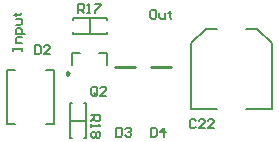
<source format=gbr>
G04*
G04 #@! TF.GenerationSoftware,Altium Limited,Altium Designer,25.8.1 (18)*
G04*
G04 Layer_Color=65535*
%FSLAX25Y25*%
%MOIN*%
G70*
G04*
G04 #@! TF.SameCoordinates,B1D4E9D2-DA07-4CAB-BB94-732616643687*
G04*
G04*
G04 #@! TF.FilePolarity,Positive*
G04*
G01*
G75*
%ADD10C,0.00984*%
%ADD11C,0.00500*%
%ADD12C,0.00787*%
%ADD13C,0.00591*%
%ADD14C,0.01000*%
D10*
X264665Y370079D02*
X263927Y370505D01*
Y369653D01*
X264665Y370079D01*
D11*
X257087Y371201D02*
X259724D01*
Y353209D02*
Y371201D01*
X257087Y353209D02*
X259724D01*
X244213Y371201D02*
X246850D01*
X244213Y353209D02*
Y371201D01*
Y353209D02*
X246850D01*
X293276Y391263D02*
X292277D01*
X291777Y390763D01*
Y388764D01*
X292277Y388264D01*
X293276D01*
X293776Y388764D01*
Y390763D01*
X293276Y391263D01*
X294776Y390264D02*
Y388764D01*
X295276Y388264D01*
X296775D01*
Y390264D01*
X298275Y390763D02*
Y390264D01*
X297775D01*
X298775D01*
X298275D01*
Y388764D01*
X298775Y388264D01*
X246032Y377610D02*
Y378610D01*
Y378110D01*
X249031D01*
Y377610D01*
Y378610D01*
Y380110D02*
X247032D01*
Y381609D01*
X247532Y382109D01*
X249031D01*
X250031Y383108D02*
X247032D01*
Y384608D01*
X247532Y385108D01*
X248531D01*
X249031Y384608D01*
Y383108D01*
X247032Y386107D02*
X248531D01*
X249031Y386607D01*
Y388107D01*
X247032D01*
X246532Y389606D02*
X247032D01*
Y389107D01*
Y390106D01*
Y389606D01*
X248531D01*
X249031Y390106D01*
X272123Y356111D02*
X275122D01*
Y354611D01*
X274622Y354112D01*
X273622D01*
X273122Y354611D01*
Y356111D01*
Y355111D02*
X272123Y354112D01*
Y353112D02*
Y352112D01*
Y352612D01*
X275122D01*
X274622Y353112D01*
Y350613D02*
X275122Y350113D01*
Y349113D01*
X274622Y348613D01*
X274122D01*
X273622Y349113D01*
X273122Y348613D01*
X272622D01*
X272123Y349113D01*
Y350113D01*
X272622Y350613D01*
X273122D01*
X273622Y350113D01*
X274122Y350613D01*
X274622D01*
X273622Y350113D02*
Y349113D01*
X267905Y390233D02*
Y393232D01*
X269404D01*
X269904Y392732D01*
Y391732D01*
X269404Y391232D01*
X267905D01*
X268904D02*
X269904Y390233D01*
X270904D02*
X271903D01*
X271404D01*
Y393232D01*
X270904Y392732D01*
X273403Y393232D02*
X275402D01*
Y392732D01*
X273403Y390733D01*
Y390233D01*
X274107Y363174D02*
Y365173D01*
X273607Y365673D01*
X272607D01*
X272107Y365173D01*
Y363174D01*
X272607Y362674D01*
X273607D01*
X273107Y363673D02*
X274107Y362674D01*
X273607D02*
X274107Y363174D01*
X277105Y362674D02*
X275106D01*
X277105Y364673D01*
Y365173D01*
X276606Y365673D01*
X275606D01*
X275106Y365173D01*
X291989Y351893D02*
Y348894D01*
X293489D01*
X293988Y349394D01*
Y351393D01*
X293489Y351893D01*
X291989D01*
X296488Y348894D02*
Y351893D01*
X294988Y350394D01*
X296987D01*
X280572Y351893D02*
Y348894D01*
X282071D01*
X282571Y349394D01*
Y351393D01*
X282071Y351893D01*
X280572D01*
X283571Y351393D02*
X284071Y351893D01*
X285070D01*
X285570Y351393D01*
Y350893D01*
X285070Y350394D01*
X284570D01*
X285070D01*
X285570Y349894D01*
Y349394D01*
X285070Y348894D01*
X284071D01*
X283571Y349394D01*
X253406Y379452D02*
Y376453D01*
X254906D01*
X255406Y376953D01*
Y378952D01*
X254906Y379452D01*
X253406D01*
X258405Y376453D02*
X256405D01*
X258405Y378453D01*
Y378952D01*
X257905Y379452D01*
X256905D01*
X256405Y378952D01*
X307056Y354346D02*
X306556Y354846D01*
X305556D01*
X305056Y354346D01*
Y352347D01*
X305556Y351847D01*
X306556D01*
X307056Y352347D01*
X310055Y351847D02*
X308055D01*
X310055Y353846D01*
Y354346D01*
X309555Y354846D01*
X308555D01*
X308055Y354346D01*
X313054Y351847D02*
X311054D01*
X313054Y353846D01*
Y354346D01*
X312554Y354846D01*
X311554D01*
X311054Y354346D01*
D12*
X323721Y384941D02*
X327411D01*
X332283Y380069D01*
X305512D02*
X310384Y384941D01*
X314075D01*
X332283Y358169D02*
Y380069D01*
X323721Y358169D02*
X332283D01*
X305512D02*
X314075D01*
X305512D02*
Y380069D01*
X274803Y376772D02*
X277559D01*
Y372835D02*
Y376772D01*
X265748D02*
X268504D01*
X265748Y372835D02*
Y376772D01*
D13*
X265945Y387827D02*
Y388583D01*
X271654Y383071D02*
Y388583D01*
X277362Y387827D02*
Y388583D01*
X265945D02*
X277362D01*
Y383071D02*
Y383827D01*
X265945Y383071D02*
Y383827D01*
Y383071D02*
X277362D01*
X264961Y348622D02*
X265717D01*
X264961Y354331D02*
X270472D01*
X264961Y360039D02*
X265717D01*
X264961Y348622D02*
Y360039D01*
X269717D02*
X270472D01*
X269717Y348622D02*
X270472D01*
Y360039D01*
D14*
X291929Y372047D02*
X298622D01*
X280118D02*
X286811D01*
M02*

</source>
